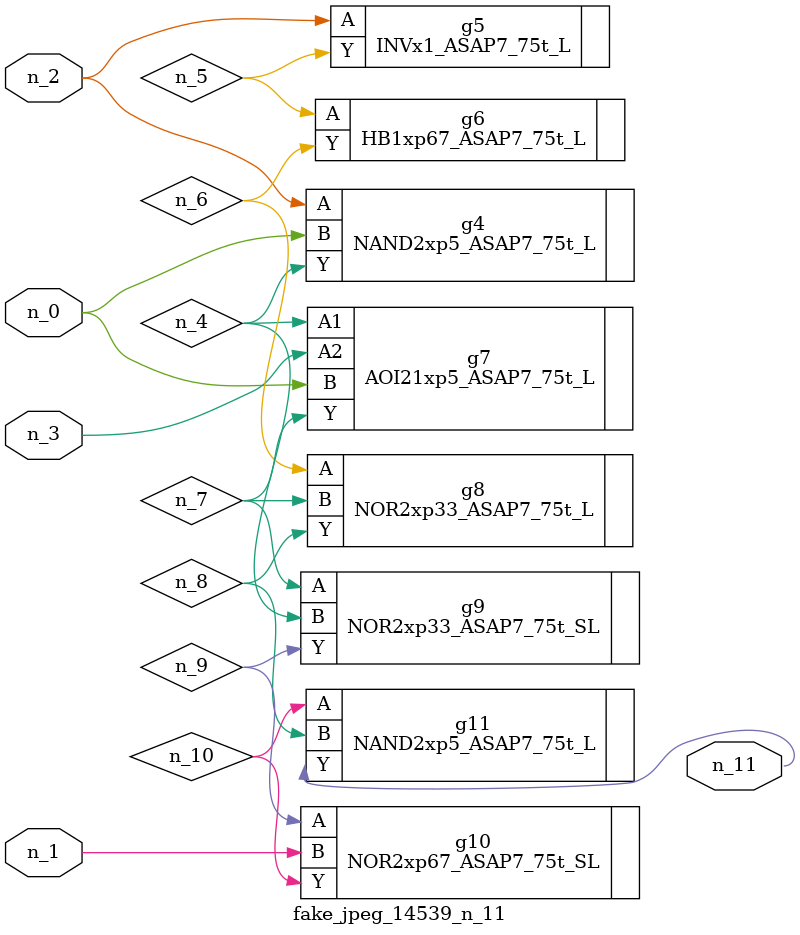
<source format=v>
module fake_jpeg_14539_n_11 (n_0, n_3, n_2, n_1, n_11);

input n_0;
input n_3;
input n_2;
input n_1;

output n_11;

wire n_10;
wire n_4;
wire n_8;
wire n_9;
wire n_6;
wire n_5;
wire n_7;

NAND2xp5_ASAP7_75t_L g4 ( 
.A(n_2),
.B(n_0),
.Y(n_4)
);

INVx1_ASAP7_75t_L g5 ( 
.A(n_2),
.Y(n_5)
);

HB1xp67_ASAP7_75t_L g6 ( 
.A(n_5),
.Y(n_6)
);

NOR2xp33_ASAP7_75t_L g8 ( 
.A(n_6),
.B(n_7),
.Y(n_8)
);

AOI21xp5_ASAP7_75t_L g7 ( 
.A1(n_4),
.A2(n_3),
.B(n_0),
.Y(n_7)
);

NOR2xp33_ASAP7_75t_SL g9 ( 
.A(n_7),
.B(n_4),
.Y(n_9)
);

NOR2xp67_ASAP7_75t_SL g10 ( 
.A(n_9),
.B(n_1),
.Y(n_10)
);

NAND2xp5_ASAP7_75t_L g11 ( 
.A(n_10),
.B(n_8),
.Y(n_11)
);


endmodule
</source>
